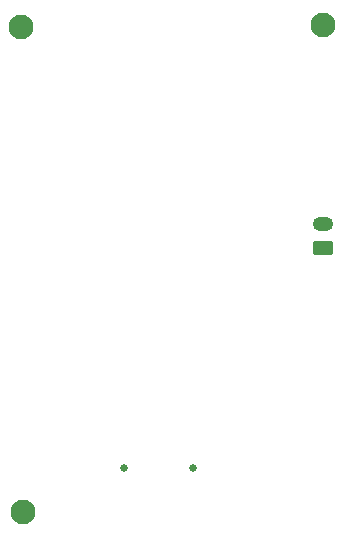
<source format=gbr>
%TF.GenerationSoftware,KiCad,Pcbnew,8.0.8-8.0.8-0~ubuntu24.04.1*%
%TF.CreationDate,2025-08-02T17:34:14-04:00*%
%TF.ProjectId,electronics,656c6563-7472-46f6-9e69-63732e6b6963,rev?*%
%TF.SameCoordinates,Original*%
%TF.FileFunction,Soldermask,Bot*%
%TF.FilePolarity,Negative*%
%FSLAX46Y46*%
G04 Gerber Fmt 4.6, Leading zero omitted, Abs format (unit mm)*
G04 Created by KiCad (PCBNEW 8.0.8-8.0.8-0~ubuntu24.04.1) date 2025-08-02 17:34:14*
%MOMM*%
%LPD*%
G01*
G04 APERTURE LIST*
G04 Aperture macros list*
%AMRoundRect*
0 Rectangle with rounded corners*
0 $1 Rounding radius*
0 $2 $3 $4 $5 $6 $7 $8 $9 X,Y pos of 4 corners*
0 Add a 4 corners polygon primitive as box body*
4,1,4,$2,$3,$4,$5,$6,$7,$8,$9,$2,$3,0*
0 Add four circle primitives for the rounded corners*
1,1,$1+$1,$2,$3*
1,1,$1+$1,$4,$5*
1,1,$1+$1,$6,$7*
1,1,$1+$1,$8,$9*
0 Add four rect primitives between the rounded corners*
20,1,$1+$1,$2,$3,$4,$5,0*
20,1,$1+$1,$4,$5,$6,$7,0*
20,1,$1+$1,$6,$7,$8,$9,0*
20,1,$1+$1,$8,$9,$2,$3,0*%
G04 Aperture macros list end*
%ADD10C,2.100000*%
%ADD11C,0.650000*%
%ADD12RoundRect,0.250000X0.625000X-0.350000X0.625000X0.350000X-0.625000X0.350000X-0.625000X-0.350000X0*%
%ADD13O,1.750000X1.200000*%
G04 APERTURE END LIST*
D10*
%TO.C,REF\u002A\u002A*%
X130680000Y-116550000D03*
%TD*%
%TO.C,REF\u002A\u002A*%
X156100000Y-75340000D03*
%TD*%
%TO.C,REF\u002A\u002A*%
X130480000Y-75520000D03*
%TD*%
D11*
%TO.C,J1*%
X139260000Y-112820000D03*
X145040000Y-112820000D03*
%TD*%
D12*
%TO.C,BT1*%
X156060000Y-94220000D03*
D13*
X156060000Y-92220000D03*
%TD*%
M02*

</source>
